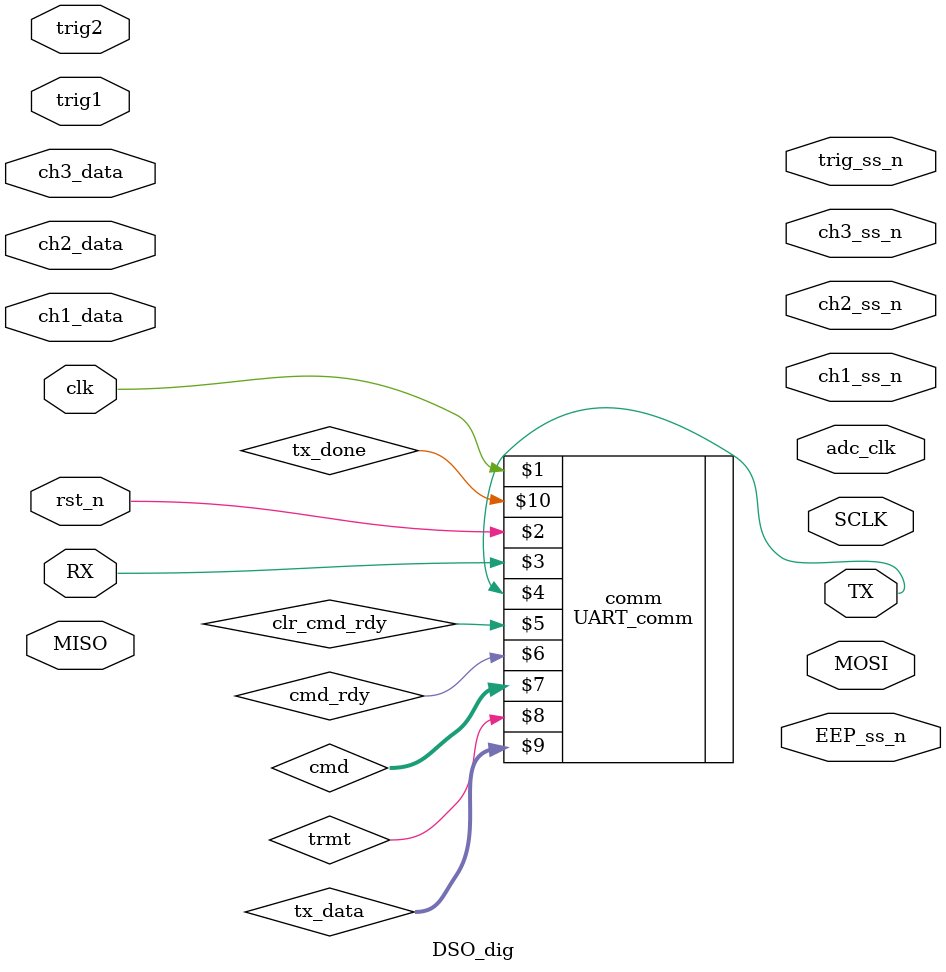
<source format=v>
`timescale 1ns/10ps
module DSO_dig(clk,rst_n,adc_clk,ch1_data,ch2_data,ch3_data,trig1,trig2,MOSI,MISO,
               SCLK,trig_ss_n,ch1_ss_n,ch2_ss_n,ch3_ss_n,EEP_ss_n,TX,RX);
				
  input clk,rst_n;								// clock and active low reset
  output adc_clk;								// 20MHz clocks to ADC
  input [7:0] ch1_data,ch2_data,ch3_data;		// input data from ADC's
  input trig1,trig2;							// trigger inputs from AFE
  input MISO;									// Driven from SPI output of EEPROM chip
  output MOSI;									// SPI output to digital pots and EEPROM chip
  output SCLK;									// SPI clock (40MHz/16)
  output ch1_ss_n,ch2_ss_n,ch3_ss_n;			// SPI slave selects for configuring channel gains (active low)
  output trig_ss_n;								// SPI slave select for configuring trigger level
  output EEP_ss_n;								// Calibration EEPROM slave select
  output TX;									// UART TX to HOST
  input RX;										// UART RX from HOST
  // TODO
  //output LED_n;									// control to active low LED
  
  ////////////////////////////////////////////////////
  // Define any wires needed for interconnect here //
  //////////////////////////////////////////////////


  /////////////////////////////
  // Instantiate SPI master //
  ///////////////////////////
  
  ///////////////////////////////////////////////////////////////
  // You have a SPI master peripheral with a single SS output //
  // you might have to do something creative to generate the //
  // 5 individual SS needed (3 AFE, 1 Trigger, 1 EEP)       //
  ///////////////////////////////////////////////////////////
  
  ///////////////////////////////////
  // Instantiate UART_comm module //
  /////////////////////////////////
  reg clr_cmd_rdy;
  wire cmd_rdy;
  wire [23:0] cmd;
  reg trmt;
  reg [7:0] tx_data;
  wire tx_done;
  UART_comm comm(clk, rst_n, RX, TX, clr_cmd_rdy, cmd_rdy, cmd, trmt, tx_data, tx_done);
				    
  ///////////////////////////
  // Instantiate dig_core //
  /////////////////////////

  //////////////////////////////////////////////////////////////
  // Instantiate the 3 512 RAM blocks that store A2D samples //
  ////////////////////////////////////////////////////////////
  RAM512 iRAM1(.rclk(rclk),.en(en),.we(we),.addr(addr),.wdata(ch1_data),.rdata(ch1_rdata));
  RAM512 iRAM2(.rclk(rclk),.en(en),.we(we),.addr(addr),.wdata(ch2_data),.rdata(ch2_rdata));
  RAM512 iRAM3(.rclk(rclk),.en(en),.we(we),.addr(addr),.wdata(ch3_data),.rdata(ch3_rdata));

endmodule
  

</source>
